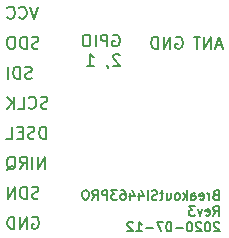
<source format=gbr>
G04 #@! TF.GenerationSoftware,KiCad,Pcbnew,(5.1.5)-3*
G04 #@! TF.CreationDate,2020-07-12T19:07:34-04:00*
G04 #@! TF.ProjectId,BreakoutSI4463PRORev3,42726561-6b6f-4757-9453-493434363350,rev?*
G04 #@! TF.SameCoordinates,Original*
G04 #@! TF.FileFunction,Legend,Bot*
G04 #@! TF.FilePolarity,Positive*
%FSLAX46Y46*%
G04 Gerber Fmt 4.6, Leading zero omitted, Abs format (unit mm)*
G04 Created by KiCad (PCBNEW (5.1.5)-3) date 2020-07-12 19:07:34*
%MOMM*%
%LPD*%
G04 APERTURE LIST*
%ADD10C,0.150000*%
G04 APERTURE END LIST*
D10*
X135792595Y-96020000D02*
X135887833Y-95972380D01*
X136030690Y-95972380D01*
X136173547Y-96020000D01*
X136268785Y-96115238D01*
X136316404Y-96210476D01*
X136364023Y-96400952D01*
X136364023Y-96543809D01*
X136316404Y-96734285D01*
X136268785Y-96829523D01*
X136173547Y-96924761D01*
X136030690Y-96972380D01*
X135935452Y-96972380D01*
X135792595Y-96924761D01*
X135744976Y-96877142D01*
X135744976Y-96543809D01*
X135935452Y-96543809D01*
X135316404Y-96972380D02*
X135316404Y-95972380D01*
X134744976Y-96972380D01*
X134744976Y-95972380D01*
X134268785Y-96972380D02*
X134268785Y-95972380D01*
X134030690Y-95972380D01*
X133887833Y-96020000D01*
X133792595Y-96115238D01*
X133744976Y-96210476D01*
X133697357Y-96400952D01*
X133697357Y-96543809D01*
X133744976Y-96734285D01*
X133792595Y-96829523D01*
X133887833Y-96924761D01*
X134030690Y-96972380D01*
X134268785Y-96972380D01*
X139666023Y-96686666D02*
X139189833Y-96686666D01*
X139761261Y-96972380D02*
X139427928Y-95972380D01*
X139094595Y-96972380D01*
X138761261Y-96972380D02*
X138761261Y-95972380D01*
X138189833Y-96972380D01*
X138189833Y-95972380D01*
X137856500Y-95972380D02*
X137285071Y-95972380D01*
X137570785Y-96972380D02*
X137570785Y-95972380D01*
X130458595Y-95830000D02*
X130553833Y-95782380D01*
X130696690Y-95782380D01*
X130839547Y-95830000D01*
X130934785Y-95925238D01*
X130982404Y-96020476D01*
X131030023Y-96210952D01*
X131030023Y-96353809D01*
X130982404Y-96544285D01*
X130934785Y-96639523D01*
X130839547Y-96734761D01*
X130696690Y-96782380D01*
X130601452Y-96782380D01*
X130458595Y-96734761D01*
X130410976Y-96687142D01*
X130410976Y-96353809D01*
X130601452Y-96353809D01*
X129982404Y-96782380D02*
X129982404Y-95782380D01*
X129601452Y-95782380D01*
X129506214Y-95830000D01*
X129458595Y-95877619D01*
X129410976Y-95972857D01*
X129410976Y-96115714D01*
X129458595Y-96210952D01*
X129506214Y-96258571D01*
X129601452Y-96306190D01*
X129982404Y-96306190D01*
X128982404Y-96782380D02*
X128982404Y-95782380D01*
X128315738Y-95782380D02*
X128125261Y-95782380D01*
X128030023Y-95830000D01*
X127934785Y-95925238D01*
X127887166Y-96115714D01*
X127887166Y-96449047D01*
X127934785Y-96639523D01*
X128030023Y-96734761D01*
X128125261Y-96782380D01*
X128315738Y-96782380D01*
X128410976Y-96734761D01*
X128506214Y-96639523D01*
X128553833Y-96449047D01*
X128553833Y-96115714D01*
X128506214Y-95925238D01*
X128410976Y-95830000D01*
X128315738Y-95782380D01*
X131030023Y-97527619D02*
X130982404Y-97480000D01*
X130887166Y-97432380D01*
X130649071Y-97432380D01*
X130553833Y-97480000D01*
X130506214Y-97527619D01*
X130458595Y-97622857D01*
X130458595Y-97718095D01*
X130506214Y-97860952D01*
X131077642Y-98432380D01*
X130458595Y-98432380D01*
X129982404Y-98384761D02*
X129982404Y-98432380D01*
X130030023Y-98527619D01*
X130077642Y-98575238D01*
X128268119Y-98432380D02*
X128839547Y-98432380D01*
X128553833Y-98432380D02*
X128553833Y-97432380D01*
X128649071Y-97575238D01*
X128744309Y-97670476D01*
X128839547Y-97718095D01*
X139145357Y-109336857D02*
X139031071Y-109374952D01*
X138992976Y-109413047D01*
X138954880Y-109489238D01*
X138954880Y-109603523D01*
X138992976Y-109679714D01*
X139031071Y-109717809D01*
X139107261Y-109755904D01*
X139412023Y-109755904D01*
X139412023Y-108955904D01*
X139145357Y-108955904D01*
X139069166Y-108994000D01*
X139031071Y-109032095D01*
X138992976Y-109108285D01*
X138992976Y-109184476D01*
X139031071Y-109260666D01*
X139069166Y-109298761D01*
X139145357Y-109336857D01*
X139412023Y-109336857D01*
X138612023Y-109755904D02*
X138612023Y-109222571D01*
X138612023Y-109374952D02*
X138573928Y-109298761D01*
X138535833Y-109260666D01*
X138459642Y-109222571D01*
X138383452Y-109222571D01*
X137812023Y-109717809D02*
X137888214Y-109755904D01*
X138040595Y-109755904D01*
X138116785Y-109717809D01*
X138154880Y-109641619D01*
X138154880Y-109336857D01*
X138116785Y-109260666D01*
X138040595Y-109222571D01*
X137888214Y-109222571D01*
X137812023Y-109260666D01*
X137773928Y-109336857D01*
X137773928Y-109413047D01*
X138154880Y-109489238D01*
X137088214Y-109755904D02*
X137088214Y-109336857D01*
X137126309Y-109260666D01*
X137202500Y-109222571D01*
X137354880Y-109222571D01*
X137431071Y-109260666D01*
X137088214Y-109717809D02*
X137164404Y-109755904D01*
X137354880Y-109755904D01*
X137431071Y-109717809D01*
X137469166Y-109641619D01*
X137469166Y-109565428D01*
X137431071Y-109489238D01*
X137354880Y-109451142D01*
X137164404Y-109451142D01*
X137088214Y-109413047D01*
X136707261Y-109755904D02*
X136707261Y-108955904D01*
X136631071Y-109451142D02*
X136402500Y-109755904D01*
X136402500Y-109222571D02*
X136707261Y-109527333D01*
X135945357Y-109755904D02*
X136021547Y-109717809D01*
X136059642Y-109679714D01*
X136097738Y-109603523D01*
X136097738Y-109374952D01*
X136059642Y-109298761D01*
X136021547Y-109260666D01*
X135945357Y-109222571D01*
X135831071Y-109222571D01*
X135754880Y-109260666D01*
X135716785Y-109298761D01*
X135678690Y-109374952D01*
X135678690Y-109603523D01*
X135716785Y-109679714D01*
X135754880Y-109717809D01*
X135831071Y-109755904D01*
X135945357Y-109755904D01*
X134992976Y-109222571D02*
X134992976Y-109755904D01*
X135335833Y-109222571D02*
X135335833Y-109641619D01*
X135297738Y-109717809D01*
X135221547Y-109755904D01*
X135107261Y-109755904D01*
X135031071Y-109717809D01*
X134992976Y-109679714D01*
X134726309Y-109222571D02*
X134421547Y-109222571D01*
X134612023Y-108955904D02*
X134612023Y-109641619D01*
X134573928Y-109717809D01*
X134497738Y-109755904D01*
X134421547Y-109755904D01*
X134192976Y-109717809D02*
X134078690Y-109755904D01*
X133888214Y-109755904D01*
X133812023Y-109717809D01*
X133773928Y-109679714D01*
X133735833Y-109603523D01*
X133735833Y-109527333D01*
X133773928Y-109451142D01*
X133812023Y-109413047D01*
X133888214Y-109374952D01*
X134040595Y-109336857D01*
X134116785Y-109298761D01*
X134154880Y-109260666D01*
X134192976Y-109184476D01*
X134192976Y-109108285D01*
X134154880Y-109032095D01*
X134116785Y-108994000D01*
X134040595Y-108955904D01*
X133850119Y-108955904D01*
X133735833Y-108994000D01*
X133392976Y-109755904D02*
X133392976Y-108955904D01*
X132669166Y-109222571D02*
X132669166Y-109755904D01*
X132859642Y-108917809D02*
X133050119Y-109489238D01*
X132554880Y-109489238D01*
X131907261Y-109222571D02*
X131907261Y-109755904D01*
X132097738Y-108917809D02*
X132288214Y-109489238D01*
X131792976Y-109489238D01*
X131145357Y-108955904D02*
X131297738Y-108955904D01*
X131373928Y-108994000D01*
X131412023Y-109032095D01*
X131488214Y-109146380D01*
X131526309Y-109298761D01*
X131526309Y-109603523D01*
X131488214Y-109679714D01*
X131450119Y-109717809D01*
X131373928Y-109755904D01*
X131221547Y-109755904D01*
X131145357Y-109717809D01*
X131107261Y-109679714D01*
X131069166Y-109603523D01*
X131069166Y-109413047D01*
X131107261Y-109336857D01*
X131145357Y-109298761D01*
X131221547Y-109260666D01*
X131373928Y-109260666D01*
X131450119Y-109298761D01*
X131488214Y-109336857D01*
X131526309Y-109413047D01*
X130802500Y-108955904D02*
X130307261Y-108955904D01*
X130573928Y-109260666D01*
X130459642Y-109260666D01*
X130383452Y-109298761D01*
X130345357Y-109336857D01*
X130307261Y-109413047D01*
X130307261Y-109603523D01*
X130345357Y-109679714D01*
X130383452Y-109717809D01*
X130459642Y-109755904D01*
X130688214Y-109755904D01*
X130764404Y-109717809D01*
X130802500Y-109679714D01*
X129964404Y-109755904D02*
X129964404Y-108955904D01*
X129659642Y-108955904D01*
X129583452Y-108994000D01*
X129545357Y-109032095D01*
X129507261Y-109108285D01*
X129507261Y-109222571D01*
X129545357Y-109298761D01*
X129583452Y-109336857D01*
X129659642Y-109374952D01*
X129964404Y-109374952D01*
X128707261Y-109755904D02*
X128973928Y-109374952D01*
X129164404Y-109755904D02*
X129164404Y-108955904D01*
X128859642Y-108955904D01*
X128783452Y-108994000D01*
X128745357Y-109032095D01*
X128707261Y-109108285D01*
X128707261Y-109222571D01*
X128745357Y-109298761D01*
X128783452Y-109336857D01*
X128859642Y-109374952D01*
X129164404Y-109374952D01*
X128212023Y-108955904D02*
X128059642Y-108955904D01*
X127983452Y-108994000D01*
X127907261Y-109070190D01*
X127869166Y-109222571D01*
X127869166Y-109489238D01*
X127907261Y-109641619D01*
X127983452Y-109717809D01*
X128059642Y-109755904D01*
X128212023Y-109755904D01*
X128288214Y-109717809D01*
X128364404Y-109641619D01*
X128402500Y-109489238D01*
X128402500Y-109222571D01*
X128364404Y-109070190D01*
X128288214Y-108994000D01*
X128212023Y-108955904D01*
X138954880Y-111105904D02*
X139221547Y-110724952D01*
X139412023Y-111105904D02*
X139412023Y-110305904D01*
X139107261Y-110305904D01*
X139031071Y-110344000D01*
X138992976Y-110382095D01*
X138954880Y-110458285D01*
X138954880Y-110572571D01*
X138992976Y-110648761D01*
X139031071Y-110686857D01*
X139107261Y-110724952D01*
X139412023Y-110724952D01*
X138307261Y-111067809D02*
X138383452Y-111105904D01*
X138535833Y-111105904D01*
X138612023Y-111067809D01*
X138650119Y-110991619D01*
X138650119Y-110686857D01*
X138612023Y-110610666D01*
X138535833Y-110572571D01*
X138383452Y-110572571D01*
X138307261Y-110610666D01*
X138269166Y-110686857D01*
X138269166Y-110763047D01*
X138650119Y-110839238D01*
X138002500Y-110572571D02*
X137812023Y-111105904D01*
X137621547Y-110572571D01*
X137392976Y-110305904D02*
X136897738Y-110305904D01*
X137164404Y-110610666D01*
X137050119Y-110610666D01*
X136973928Y-110648761D01*
X136935833Y-110686857D01*
X136897738Y-110763047D01*
X136897738Y-110953523D01*
X136935833Y-111029714D01*
X136973928Y-111067809D01*
X137050119Y-111105904D01*
X137278690Y-111105904D01*
X137354880Y-111067809D01*
X137392976Y-111029714D01*
X139450119Y-111732095D02*
X139412023Y-111694000D01*
X139335833Y-111655904D01*
X139145357Y-111655904D01*
X139069166Y-111694000D01*
X139031071Y-111732095D01*
X138992976Y-111808285D01*
X138992976Y-111884476D01*
X139031071Y-111998761D01*
X139488214Y-112455904D01*
X138992976Y-112455904D01*
X138497738Y-111655904D02*
X138421547Y-111655904D01*
X138345357Y-111694000D01*
X138307261Y-111732095D01*
X138269166Y-111808285D01*
X138231071Y-111960666D01*
X138231071Y-112151142D01*
X138269166Y-112303523D01*
X138307261Y-112379714D01*
X138345357Y-112417809D01*
X138421547Y-112455904D01*
X138497738Y-112455904D01*
X138573928Y-112417809D01*
X138612023Y-112379714D01*
X138650119Y-112303523D01*
X138688214Y-112151142D01*
X138688214Y-111960666D01*
X138650119Y-111808285D01*
X138612023Y-111732095D01*
X138573928Y-111694000D01*
X138497738Y-111655904D01*
X137926309Y-111732095D02*
X137888214Y-111694000D01*
X137812023Y-111655904D01*
X137621547Y-111655904D01*
X137545357Y-111694000D01*
X137507261Y-111732095D01*
X137469166Y-111808285D01*
X137469166Y-111884476D01*
X137507261Y-111998761D01*
X137964404Y-112455904D01*
X137469166Y-112455904D01*
X136973928Y-111655904D02*
X136897738Y-111655904D01*
X136821547Y-111694000D01*
X136783452Y-111732095D01*
X136745357Y-111808285D01*
X136707261Y-111960666D01*
X136707261Y-112151142D01*
X136745357Y-112303523D01*
X136783452Y-112379714D01*
X136821547Y-112417809D01*
X136897738Y-112455904D01*
X136973928Y-112455904D01*
X137050119Y-112417809D01*
X137088214Y-112379714D01*
X137126309Y-112303523D01*
X137164404Y-112151142D01*
X137164404Y-111960666D01*
X137126309Y-111808285D01*
X137088214Y-111732095D01*
X137050119Y-111694000D01*
X136973928Y-111655904D01*
X136364404Y-112151142D02*
X135754880Y-112151142D01*
X135221547Y-111655904D02*
X135145357Y-111655904D01*
X135069166Y-111694000D01*
X135031071Y-111732095D01*
X134992976Y-111808285D01*
X134954880Y-111960666D01*
X134954880Y-112151142D01*
X134992976Y-112303523D01*
X135031071Y-112379714D01*
X135069166Y-112417809D01*
X135145357Y-112455904D01*
X135221547Y-112455904D01*
X135297738Y-112417809D01*
X135335833Y-112379714D01*
X135373928Y-112303523D01*
X135412023Y-112151142D01*
X135412023Y-111960666D01*
X135373928Y-111808285D01*
X135335833Y-111732095D01*
X135297738Y-111694000D01*
X135221547Y-111655904D01*
X134688214Y-111655904D02*
X134154880Y-111655904D01*
X134497738Y-112455904D01*
X133850119Y-112151142D02*
X133240595Y-112151142D01*
X132440595Y-112455904D02*
X132897738Y-112455904D01*
X132669166Y-112455904D02*
X132669166Y-111655904D01*
X132745357Y-111770190D01*
X132821547Y-111846380D01*
X132897738Y-111884476D01*
X132135833Y-111732095D02*
X132097738Y-111694000D01*
X132021547Y-111655904D01*
X131831071Y-111655904D01*
X131754880Y-111694000D01*
X131716785Y-111732095D01*
X131678690Y-111808285D01*
X131678690Y-111884476D01*
X131716785Y-111998761D01*
X132173928Y-112455904D01*
X131678690Y-112455904D01*
X123623214Y-111260000D02*
X123718452Y-111212380D01*
X123861309Y-111212380D01*
X124004166Y-111260000D01*
X124099404Y-111355238D01*
X124147023Y-111450476D01*
X124194642Y-111640952D01*
X124194642Y-111783809D01*
X124147023Y-111974285D01*
X124099404Y-112069523D01*
X124004166Y-112164761D01*
X123861309Y-112212380D01*
X123766071Y-112212380D01*
X123623214Y-112164761D01*
X123575595Y-112117142D01*
X123575595Y-111783809D01*
X123766071Y-111783809D01*
X123147023Y-112212380D02*
X123147023Y-111212380D01*
X122575595Y-112212380D01*
X122575595Y-111212380D01*
X122099404Y-112212380D02*
X122099404Y-111212380D01*
X121861309Y-111212380D01*
X121718452Y-111260000D01*
X121623214Y-111355238D01*
X121575595Y-111450476D01*
X121527976Y-111640952D01*
X121527976Y-111783809D01*
X121575595Y-111974285D01*
X121623214Y-112069523D01*
X121718452Y-112164761D01*
X121861309Y-112212380D01*
X122099404Y-112212380D01*
X124147023Y-109624761D02*
X124004166Y-109672380D01*
X123766071Y-109672380D01*
X123670833Y-109624761D01*
X123623214Y-109577142D01*
X123575595Y-109481904D01*
X123575595Y-109386666D01*
X123623214Y-109291428D01*
X123670833Y-109243809D01*
X123766071Y-109196190D01*
X123956547Y-109148571D01*
X124051785Y-109100952D01*
X124099404Y-109053333D01*
X124147023Y-108958095D01*
X124147023Y-108862857D01*
X124099404Y-108767619D01*
X124051785Y-108720000D01*
X123956547Y-108672380D01*
X123718452Y-108672380D01*
X123575595Y-108720000D01*
X123147023Y-109672380D02*
X123147023Y-108672380D01*
X122908928Y-108672380D01*
X122766071Y-108720000D01*
X122670833Y-108815238D01*
X122623214Y-108910476D01*
X122575595Y-109100952D01*
X122575595Y-109243809D01*
X122623214Y-109434285D01*
X122670833Y-109529523D01*
X122766071Y-109624761D01*
X122908928Y-109672380D01*
X123147023Y-109672380D01*
X122147023Y-109672380D02*
X122147023Y-108672380D01*
X121575595Y-109672380D01*
X121575595Y-108672380D01*
X124670833Y-107132380D02*
X124670833Y-106132380D01*
X124099405Y-107132380D01*
X124099405Y-106132380D01*
X123623214Y-107132380D02*
X123623214Y-106132380D01*
X122575595Y-107132380D02*
X122908929Y-106656190D01*
X123147024Y-107132380D02*
X123147024Y-106132380D01*
X122766071Y-106132380D01*
X122670833Y-106180000D01*
X122623214Y-106227619D01*
X122575595Y-106322857D01*
X122575595Y-106465714D01*
X122623214Y-106560952D01*
X122670833Y-106608571D01*
X122766071Y-106656190D01*
X123147024Y-106656190D01*
X121480357Y-107227619D02*
X121575595Y-107180000D01*
X121670833Y-107084761D01*
X121813690Y-106941904D01*
X121908929Y-106894285D01*
X122004167Y-106894285D01*
X121956548Y-107132380D02*
X122051786Y-107084761D01*
X122147024Y-106989523D01*
X122194643Y-106799047D01*
X122194643Y-106465714D01*
X122147024Y-106275238D01*
X122051786Y-106180000D01*
X121956548Y-106132380D01*
X121766071Y-106132380D01*
X121670833Y-106180000D01*
X121575595Y-106275238D01*
X121527976Y-106465714D01*
X121527976Y-106799047D01*
X121575595Y-106989523D01*
X121670833Y-107084761D01*
X121766071Y-107132380D01*
X121956548Y-107132380D01*
X124766071Y-104592380D02*
X124766071Y-103592380D01*
X124527976Y-103592380D01*
X124385119Y-103640000D01*
X124289881Y-103735238D01*
X124242262Y-103830476D01*
X124194643Y-104020952D01*
X124194643Y-104163809D01*
X124242262Y-104354285D01*
X124289881Y-104449523D01*
X124385119Y-104544761D01*
X124527976Y-104592380D01*
X124766071Y-104592380D01*
X123813690Y-104544761D02*
X123670833Y-104592380D01*
X123432738Y-104592380D01*
X123337500Y-104544761D01*
X123289881Y-104497142D01*
X123242262Y-104401904D01*
X123242262Y-104306666D01*
X123289881Y-104211428D01*
X123337500Y-104163809D01*
X123432738Y-104116190D01*
X123623214Y-104068571D01*
X123718452Y-104020952D01*
X123766071Y-103973333D01*
X123813690Y-103878095D01*
X123813690Y-103782857D01*
X123766071Y-103687619D01*
X123718452Y-103640000D01*
X123623214Y-103592380D01*
X123385119Y-103592380D01*
X123242262Y-103640000D01*
X122813690Y-104068571D02*
X122480357Y-104068571D01*
X122337500Y-104592380D02*
X122813690Y-104592380D01*
X122813690Y-103592380D01*
X122337500Y-103592380D01*
X121432738Y-104592380D02*
X121908928Y-104592380D01*
X121908928Y-103592380D01*
X124908928Y-102004761D02*
X124766071Y-102052380D01*
X124527976Y-102052380D01*
X124432738Y-102004761D01*
X124385119Y-101957142D01*
X124337500Y-101861904D01*
X124337500Y-101766666D01*
X124385119Y-101671428D01*
X124432738Y-101623809D01*
X124527976Y-101576190D01*
X124718452Y-101528571D01*
X124813690Y-101480952D01*
X124861309Y-101433333D01*
X124908928Y-101338095D01*
X124908928Y-101242857D01*
X124861309Y-101147619D01*
X124813690Y-101100000D01*
X124718452Y-101052380D01*
X124480357Y-101052380D01*
X124337500Y-101100000D01*
X123337500Y-101957142D02*
X123385119Y-102004761D01*
X123527976Y-102052380D01*
X123623214Y-102052380D01*
X123766071Y-102004761D01*
X123861309Y-101909523D01*
X123908928Y-101814285D01*
X123956547Y-101623809D01*
X123956547Y-101480952D01*
X123908928Y-101290476D01*
X123861309Y-101195238D01*
X123766071Y-101100000D01*
X123623214Y-101052380D01*
X123527976Y-101052380D01*
X123385119Y-101100000D01*
X123337500Y-101147619D01*
X122432738Y-102052380D02*
X122908928Y-102052380D01*
X122908928Y-101052380D01*
X122099405Y-102052380D02*
X122099405Y-101052380D01*
X121527976Y-102052380D02*
X121956547Y-101480952D01*
X121527976Y-101052380D02*
X122099405Y-101623809D01*
X123575594Y-99464761D02*
X123432737Y-99512380D01*
X123194642Y-99512380D01*
X123099404Y-99464761D01*
X123051785Y-99417142D01*
X123004166Y-99321904D01*
X123004166Y-99226666D01*
X123051785Y-99131428D01*
X123099404Y-99083809D01*
X123194642Y-99036190D01*
X123385118Y-98988571D01*
X123480356Y-98940952D01*
X123527975Y-98893333D01*
X123575594Y-98798095D01*
X123575594Y-98702857D01*
X123527975Y-98607619D01*
X123480356Y-98560000D01*
X123385118Y-98512380D01*
X123147023Y-98512380D01*
X123004166Y-98560000D01*
X122575594Y-99512380D02*
X122575594Y-98512380D01*
X122337499Y-98512380D01*
X122194642Y-98560000D01*
X122099404Y-98655238D01*
X122051785Y-98750476D01*
X122004166Y-98940952D01*
X122004166Y-99083809D01*
X122051785Y-99274285D01*
X122099404Y-99369523D01*
X122194642Y-99464761D01*
X122337499Y-99512380D01*
X122575594Y-99512380D01*
X121575594Y-99512380D02*
X121575594Y-98512380D01*
X124147023Y-96924761D02*
X124004166Y-96972380D01*
X123766071Y-96972380D01*
X123670833Y-96924761D01*
X123623214Y-96877142D01*
X123575595Y-96781904D01*
X123575595Y-96686666D01*
X123623214Y-96591428D01*
X123670833Y-96543809D01*
X123766071Y-96496190D01*
X123956547Y-96448571D01*
X124051785Y-96400952D01*
X124099404Y-96353333D01*
X124147023Y-96258095D01*
X124147023Y-96162857D01*
X124099404Y-96067619D01*
X124051785Y-96020000D01*
X123956547Y-95972380D01*
X123718452Y-95972380D01*
X123575595Y-96020000D01*
X123147023Y-96972380D02*
X123147023Y-95972380D01*
X122908928Y-95972380D01*
X122766071Y-96020000D01*
X122670833Y-96115238D01*
X122623214Y-96210476D01*
X122575595Y-96400952D01*
X122575595Y-96543809D01*
X122623214Y-96734285D01*
X122670833Y-96829523D01*
X122766071Y-96924761D01*
X122908928Y-96972380D01*
X123147023Y-96972380D01*
X121956547Y-95972380D02*
X121766071Y-95972380D01*
X121670833Y-96020000D01*
X121575595Y-96115238D01*
X121527976Y-96305714D01*
X121527976Y-96639047D01*
X121575595Y-96829523D01*
X121670833Y-96924761D01*
X121766071Y-96972380D01*
X121956547Y-96972380D01*
X122051785Y-96924761D01*
X122147023Y-96829523D01*
X122194642Y-96639047D01*
X122194642Y-96305714D01*
X122147023Y-96115238D01*
X122051785Y-96020000D01*
X121956547Y-95972380D01*
X124099404Y-93432380D02*
X123766071Y-94432380D01*
X123432738Y-93432380D01*
X122527976Y-94337142D02*
X122575595Y-94384761D01*
X122718452Y-94432380D01*
X122813690Y-94432380D01*
X122956547Y-94384761D01*
X123051785Y-94289523D01*
X123099404Y-94194285D01*
X123147023Y-94003809D01*
X123147023Y-93860952D01*
X123099404Y-93670476D01*
X123051785Y-93575238D01*
X122956547Y-93480000D01*
X122813690Y-93432380D01*
X122718452Y-93432380D01*
X122575595Y-93480000D01*
X122527976Y-93527619D01*
X121527976Y-94337142D02*
X121575595Y-94384761D01*
X121718452Y-94432380D01*
X121813690Y-94432380D01*
X121956547Y-94384761D01*
X122051785Y-94289523D01*
X122099404Y-94194285D01*
X122147023Y-94003809D01*
X122147023Y-93860952D01*
X122099404Y-93670476D01*
X122051785Y-93575238D01*
X121956547Y-93480000D01*
X121813690Y-93432380D01*
X121718452Y-93432380D01*
X121575595Y-93480000D01*
X121527976Y-93527619D01*
M02*

</source>
